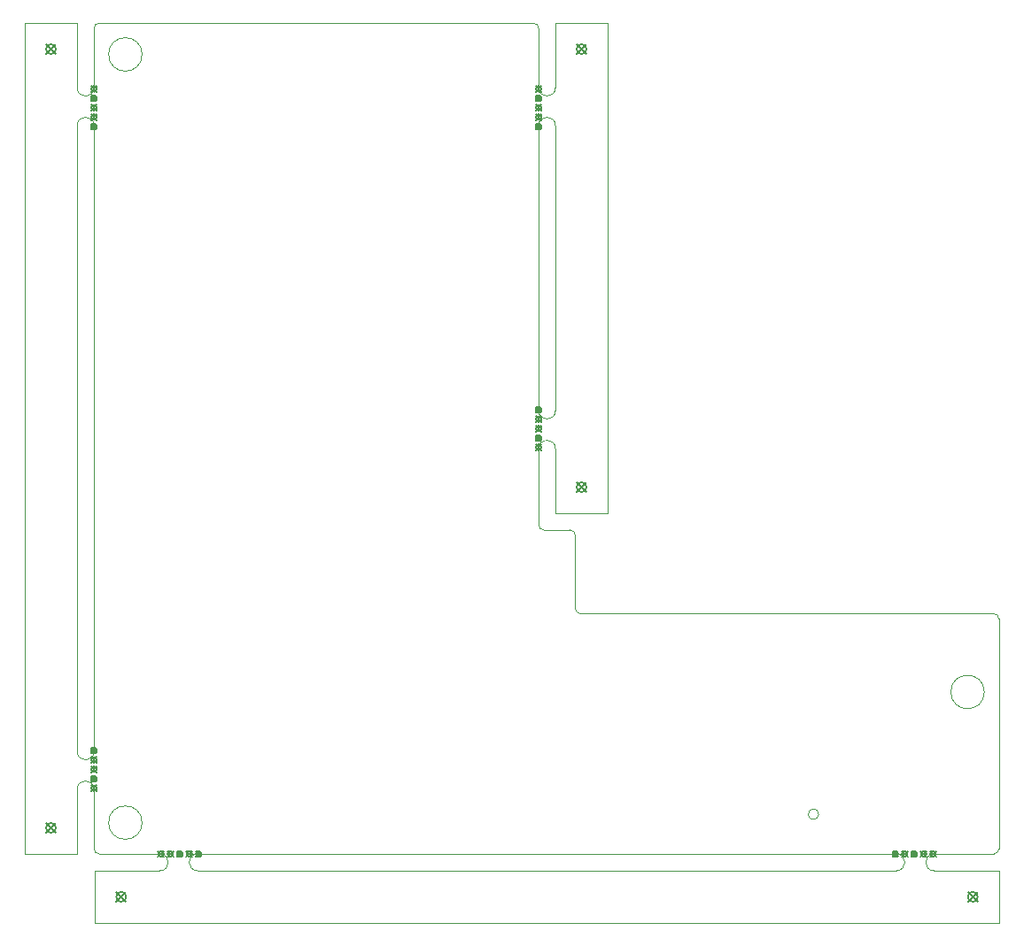
<source format=gm1>
G04 #@! TF.GenerationSoftware,KiCad,Pcbnew,(5.1.6-0-10_14)*
G04 #@! TF.CreationDate,2021-06-29T11:57:39+09:00*
G04 #@! TF.ProjectId,qPCR-photosensing,71504352-2d70-4686-9f74-6f73656e7369,rev?*
G04 #@! TF.SameCoordinates,Original*
G04 #@! TF.FileFunction,Profile,NP*
%FSLAX46Y46*%
G04 Gerber Fmt 4.6, Leading zero omitted, Abs format (unit mm)*
G04 Created by KiCad (PCBNEW (5.1.6-0-10_14)) date 2021-06-29 11:57:39*
%MOMM*%
%LPD*%
G01*
G04 APERTURE LIST*
G04 #@! TA.AperFunction,Profile*
%ADD10C,0.100000*%
G04 #@! TD*
G04 #@! TA.AperFunction,Profile*
%ADD11C,0.200000*%
G04 #@! TD*
G04 APERTURE END LIST*
D10*
X116500000Y-97500000D02*
X116500000Y-90200000D01*
X116500000Y-59300000D02*
X116500000Y-86600000D01*
X160000000Y-129000000D02*
X154300000Y-129000000D01*
X83900000Y-129000000D02*
X150700000Y-129000000D01*
X74000000Y-128500000D02*
X74000000Y-122800000D01*
X74000000Y-59300000D02*
X74000000Y-119200000D01*
D11*
X153575000Y-129000000D02*
G75*
G03*
X153575000Y-129000000I-275000J0D01*
G01*
X153025000Y-128725000D02*
X153575000Y-129275000D01*
X153025000Y-129275000D02*
X153575000Y-128725000D01*
D10*
X150700000Y-130600000D02*
G75*
G03*
X150700000Y-129000000I0J800000D01*
G01*
D11*
X154475000Y-129000000D02*
G75*
G03*
X154475000Y-129000000I-275000J0D01*
G01*
X153925000Y-128725000D02*
X154475000Y-129275000D01*
X153925000Y-129275000D02*
X154475000Y-128725000D01*
D10*
X160500000Y-130600000D02*
X160500000Y-135600000D01*
X154300000Y-129000000D02*
G75*
G03*
X154300000Y-130600000I0J-800000D01*
G01*
X160500000Y-130600000D02*
X154300000Y-130600000D01*
D11*
X152675000Y-129000000D02*
G75*
G03*
X152675000Y-129000000I-275000J0D01*
G01*
X152125000Y-128725000D02*
X152675000Y-129275000D01*
X152125000Y-129275000D02*
X152675000Y-128725000D01*
X158475000Y-133100000D02*
G75*
G03*
X158475000Y-133100000I-475000J0D01*
G01*
X157525000Y-132625000D02*
X158475000Y-133575000D01*
X157525000Y-133575000D02*
X158475000Y-132625000D01*
X150875000Y-129000000D02*
G75*
G03*
X150875000Y-129000000I-275000J0D01*
G01*
X150325000Y-128725000D02*
X150875000Y-129275000D01*
X150325000Y-129275000D02*
X150875000Y-128725000D01*
X151775000Y-129000000D02*
G75*
G03*
X151775000Y-129000000I-275000J0D01*
G01*
X151225000Y-128725000D02*
X151775000Y-129275000D01*
X151225000Y-129275000D02*
X151775000Y-128725000D01*
X81575000Y-129000000D02*
G75*
G03*
X81575000Y-129000000I-275000J0D01*
G01*
X81025000Y-128725000D02*
X81575000Y-129275000D01*
X81025000Y-129275000D02*
X81575000Y-128725000D01*
X80675000Y-129000000D02*
G75*
G03*
X80675000Y-129000000I-275000J0D01*
G01*
X80125000Y-128725000D02*
X80675000Y-129275000D01*
X80125000Y-129275000D02*
X80675000Y-128725000D01*
D10*
X83900000Y-130600000D02*
G75*
G02*
X83900000Y-129000000I0J800000D01*
G01*
X74100000Y-130600000D02*
X74100000Y-135600000D01*
D11*
X82475000Y-129000000D02*
G75*
G03*
X82475000Y-129000000I-275000J0D01*
G01*
X81925000Y-128725000D02*
X82475000Y-129275000D01*
X81925000Y-129275000D02*
X82475000Y-128725000D01*
X83375000Y-129000000D02*
G75*
G03*
X83375000Y-129000000I-275000J0D01*
G01*
X82825000Y-128725000D02*
X83375000Y-129275000D01*
X82825000Y-129275000D02*
X83375000Y-128725000D01*
D10*
X80300000Y-129000000D02*
G75*
G02*
X80300000Y-130600000I0J-800000D01*
G01*
X74100000Y-130600000D02*
X80300000Y-130600000D01*
X74100000Y-135600000D02*
X160500000Y-135600000D01*
X83900000Y-130600000D02*
X150700000Y-130600000D01*
D11*
X77075000Y-133100000D02*
G75*
G03*
X77075000Y-133100000I-475000J0D01*
G01*
X76125000Y-132625000D02*
X77075000Y-133575000D01*
X76125000Y-133575000D02*
X77075000Y-132625000D01*
X84275000Y-129000000D02*
G75*
G03*
X84275000Y-129000000I-275000J0D01*
G01*
X83725000Y-128725000D02*
X84275000Y-129275000D01*
X83725000Y-129275000D02*
X84275000Y-128725000D01*
D10*
X72400000Y-129000000D02*
X67400000Y-129000000D01*
X72400000Y-119200000D02*
G75*
G03*
X74000000Y-119200000I800000J0D01*
G01*
X74000000Y-122800000D02*
G75*
G03*
X72400000Y-122800000I-800000J0D01*
G01*
X72400000Y-129000000D02*
X72400000Y-122800000D01*
D11*
X74275000Y-120000000D02*
G75*
G03*
X74275000Y-120000000I-275000J0D01*
G01*
X73725000Y-119725000D02*
X74275000Y-120275000D01*
X73725000Y-120275000D02*
X74275000Y-119725000D01*
X74275000Y-120900000D02*
G75*
G03*
X74275000Y-120900000I-275000J0D01*
G01*
X73725000Y-120625000D02*
X74275000Y-121175000D01*
X73725000Y-121175000D02*
X74275000Y-120625000D01*
X74275000Y-121800000D02*
G75*
G03*
X74275000Y-121800000I-275000J0D01*
G01*
X73725000Y-121525000D02*
X74275000Y-122075000D01*
X73725000Y-122075000D02*
X74275000Y-121525000D01*
X74275000Y-122700000D02*
G75*
G03*
X74275000Y-122700000I-275000J0D01*
G01*
X73725000Y-122425000D02*
X74275000Y-122975000D01*
X73725000Y-122975000D02*
X74275000Y-122425000D01*
X70375000Y-126500000D02*
G75*
G03*
X70375000Y-126500000I-475000J0D01*
G01*
X69425000Y-126025000D02*
X70375000Y-126975000D01*
X69425000Y-126975000D02*
X70375000Y-126025000D01*
X74275000Y-119100000D02*
G75*
G03*
X74275000Y-119100000I-275000J0D01*
G01*
X73725000Y-118825000D02*
X74275000Y-119375000D01*
X73725000Y-119375000D02*
X74275000Y-118825000D01*
D10*
X118100000Y-59300000D02*
G75*
G03*
X116500000Y-59300000I-800000J0D01*
G01*
X116500000Y-55700000D02*
G75*
G03*
X118100000Y-55700000I800000J0D01*
G01*
X118100000Y-49500000D02*
X123100000Y-49500000D01*
X123100000Y-49500000D02*
X123100000Y-96400000D01*
X118100000Y-59300000D02*
X118100000Y-86600000D01*
D11*
X116775000Y-55800000D02*
G75*
G03*
X116775000Y-55800000I-275000J0D01*
G01*
X116225000Y-55525000D02*
X116775000Y-56075000D01*
X116225000Y-56075000D02*
X116775000Y-55525000D01*
X116775000Y-56700000D02*
G75*
G03*
X116775000Y-56700000I-275000J0D01*
G01*
X116225000Y-56425000D02*
X116775000Y-56975000D01*
X116225000Y-56975000D02*
X116775000Y-56425000D01*
X116775000Y-57600000D02*
G75*
G03*
X116775000Y-57600000I-275000J0D01*
G01*
X116225000Y-57325000D02*
X116775000Y-57875000D01*
X116225000Y-57875000D02*
X116775000Y-57325000D01*
D10*
X118100000Y-49500000D02*
X118100000Y-55700000D01*
D11*
X116775000Y-58500000D02*
G75*
G03*
X116775000Y-58500000I-275000J0D01*
G01*
X116225000Y-58225000D02*
X116775000Y-58775000D01*
X116225000Y-58775000D02*
X116775000Y-58225000D01*
X121075000Y-52000000D02*
G75*
G03*
X121075000Y-52000000I-475000J0D01*
G01*
X120125000Y-51525000D02*
X121075000Y-52475000D01*
X120125000Y-52475000D02*
X121075000Y-51525000D01*
X116775000Y-59400000D02*
G75*
G03*
X116775000Y-59400000I-275000J0D01*
G01*
X116225000Y-59125000D02*
X116775000Y-59675000D01*
X116225000Y-59675000D02*
X116775000Y-59125000D01*
X116775000Y-89200000D02*
G75*
G03*
X116775000Y-89200000I-275000J0D01*
G01*
X116225000Y-88925000D02*
X116775000Y-89475000D01*
X116225000Y-89475000D02*
X116775000Y-88925000D01*
D10*
X118100000Y-86600000D02*
G75*
G02*
X116500000Y-86600000I-800000J0D01*
G01*
X118100000Y-96400000D02*
X123100000Y-96400000D01*
X116500000Y-90200000D02*
G75*
G02*
X118100000Y-90200000I800000J0D01*
G01*
X118100000Y-96400000D02*
X118100000Y-90200000D01*
D11*
X116775000Y-90100000D02*
G75*
G03*
X116775000Y-90100000I-275000J0D01*
G01*
X116225000Y-89825000D02*
X116775000Y-90375000D01*
X116225000Y-90375000D02*
X116775000Y-89825000D01*
X116775000Y-88300000D02*
G75*
G03*
X116775000Y-88300000I-275000J0D01*
G01*
X116225000Y-88025000D02*
X116775000Y-88575000D01*
X116225000Y-88575000D02*
X116775000Y-88025000D01*
X116775000Y-87400000D02*
G75*
G03*
X116775000Y-87400000I-275000J0D01*
G01*
X116225000Y-87125000D02*
X116775000Y-87675000D01*
X116225000Y-87675000D02*
X116775000Y-87125000D01*
X121075000Y-93900000D02*
G75*
G03*
X121075000Y-93900000I-475000J0D01*
G01*
X120125000Y-93425000D02*
X121075000Y-94375000D01*
X120125000Y-94375000D02*
X121075000Y-93425000D01*
X116775000Y-86500000D02*
G75*
G03*
X116775000Y-86500000I-275000J0D01*
G01*
X116225000Y-86225000D02*
X116775000Y-86775000D01*
X116225000Y-86775000D02*
X116775000Y-86225000D01*
X74275000Y-56700000D02*
G75*
G03*
X74275000Y-56700000I-275000J0D01*
G01*
X73725000Y-56425000D02*
X74275000Y-56975000D01*
X73725000Y-56975000D02*
X74275000Y-56425000D01*
X74275000Y-55800000D02*
G75*
G03*
X74275000Y-55800000I-275000J0D01*
G01*
X73725000Y-55525000D02*
X74275000Y-56075000D01*
X73725000Y-56075000D02*
X74275000Y-55525000D01*
D10*
X72400000Y-59300000D02*
G75*
G02*
X74000000Y-59300000I800000J0D01*
G01*
X72400000Y-49500000D02*
X67400000Y-49500000D01*
D11*
X74275000Y-57600000D02*
G75*
G03*
X74275000Y-57600000I-275000J0D01*
G01*
X73725000Y-57325000D02*
X74275000Y-57875000D01*
X73725000Y-57875000D02*
X74275000Y-57325000D01*
X74275000Y-58500000D02*
G75*
G03*
X74275000Y-58500000I-275000J0D01*
G01*
X73725000Y-58225000D02*
X74275000Y-58775000D01*
X73725000Y-58775000D02*
X74275000Y-58225000D01*
D10*
X74000000Y-55700000D02*
G75*
G02*
X72400000Y-55700000I-800000J0D01*
G01*
X72400000Y-49500000D02*
X72400000Y-55700000D01*
X67400000Y-49500000D02*
X67400000Y-129000000D01*
X72400000Y-59300000D02*
X72400000Y-119200000D01*
D11*
X70375000Y-52000000D02*
G75*
G03*
X70375000Y-52000000I-475000J0D01*
G01*
X69425000Y-51525000D02*
X70375000Y-52475000D01*
X69425000Y-52475000D02*
X70375000Y-51525000D01*
X74275000Y-59400000D02*
G75*
G03*
X74275000Y-59400000I-275000J0D01*
G01*
X73725000Y-59125000D02*
X74275000Y-59675000D01*
X73725000Y-59675000D02*
X74275000Y-59125000D01*
D10*
X117000000Y-98000000D02*
X119500000Y-98000000D01*
X117000000Y-98000000D02*
G75*
G02*
X116500000Y-97500000I0J500000D01*
G01*
X119500000Y-98000000D02*
G75*
G02*
X120000000Y-98500000I0J-500000D01*
G01*
X120000000Y-105500000D02*
X120000000Y-98500000D01*
X78600000Y-52500000D02*
G75*
G03*
X78600000Y-52500000I-1600000J0D01*
G01*
X143273289Y-125200000D02*
G75*
G03*
X143273289Y-125200000I-503289J0D01*
G01*
X159100000Y-113500000D02*
G75*
G03*
X159100000Y-113500000I-1600000J0D01*
G01*
X78600000Y-126000000D02*
G75*
G03*
X78600000Y-126000000I-1600000J0D01*
G01*
X120500000Y-106000000D02*
G75*
G02*
X120000000Y-105500000I0J500000D01*
G01*
X160000000Y-106000000D02*
G75*
G02*
X160500000Y-106500000I0J-500000D01*
G01*
X160500000Y-128500000D02*
G75*
G02*
X160000000Y-129000000I-500000J0D01*
G01*
X74500000Y-129000000D02*
G75*
G02*
X74000000Y-128500000I0J500000D01*
G01*
X116000000Y-49500000D02*
G75*
G02*
X116500000Y-50000000I0J-500000D01*
G01*
X74000000Y-50000000D02*
G75*
G02*
X74500000Y-49500000I500000J0D01*
G01*
X116000000Y-49500000D02*
X74500000Y-49500000D01*
X116500000Y-55700000D02*
X116500000Y-50000000D01*
X160000000Y-106000000D02*
X120500000Y-106000000D01*
X160500000Y-128500000D02*
X160500000Y-106500000D01*
X80300000Y-129000000D02*
X74500000Y-129000000D01*
X74000000Y-50000000D02*
X74000000Y-55700000D01*
M02*

</source>
